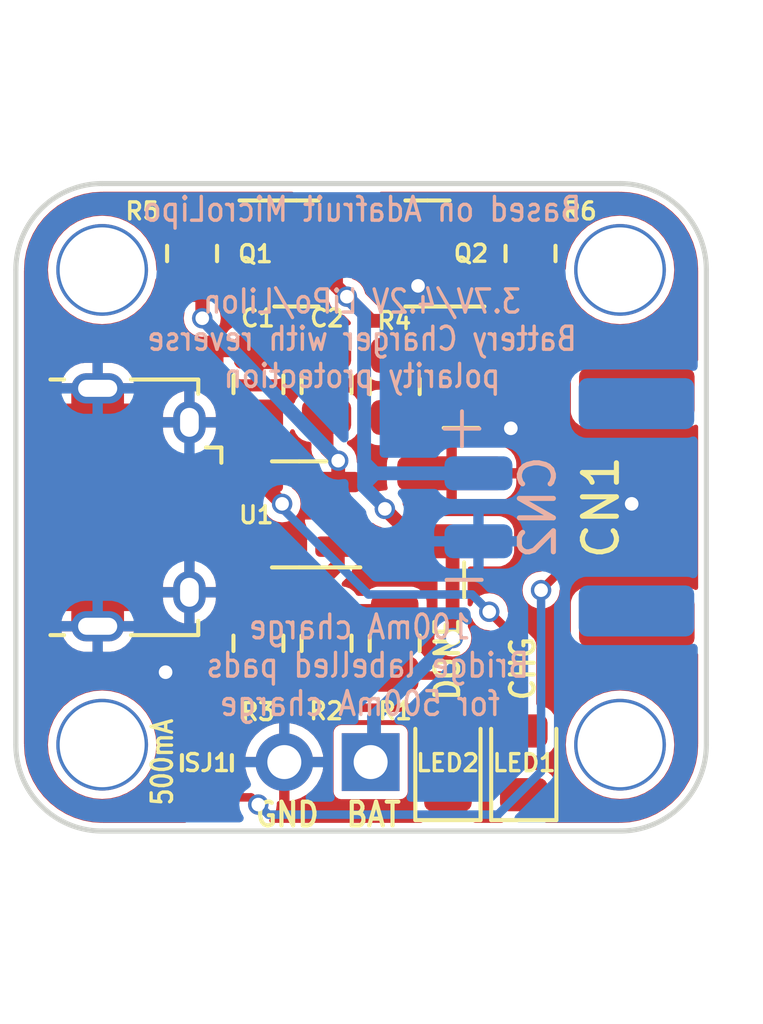
<source format=kicad_pcb>
(kicad_pcb (version 20241229) (generator "pcbnew") (generator_version "9.0")
  (layers (0 "F.Cu" signal "Top") (2 "B.Cu" signal "Bottom") (13 "F.Paste" user) (15 "B.Paste" user) (5 "F.SilkS" user "F.Silkscreen") (7 "B.SilkS" user "B.Silkscreen") (1 "F.Mask" user) (3 "B.Mask" user) (25 "Edge.Cuts" user))
  (net 0 "")
  (net 1 "GND")
  (net 2 "Net-(C1-Pad1)")
  (net 3 "Net-(Q2-Pad1)")
  (net 4 "Net-(LED1-Pad1)")
  (net 8 "Net-(R1-Pad2)")
  (net 9 "Net-(R3-Pad1)")
  (net 10 "Net-(R4-Pad1)")
  (net 11 "Net-(LED2-Pad2)")
  (net 12 "Net-(Q1-Pad1)")
  (net 13 "Net-(C2-Pad1)")
  (net 14 "Net-(CN1-Pad1)")
  (footprint "Package_TO_SOT_SMD:SOT-23-5" (layer "F.Cu") (at 146.6786 105.2116 180)
    (property "Reference" "U1" (at 1.2636 -0.0206 180) (layer "F.SilkS") (effects (font (size 0.5 0.5) (thickness 0.1))))
    (property "Value" "MCP73831T-2ACI/OT")
    (fp_line (start 0 1.56) (end 0.8 1.56) (stroke (width 0.12)) (layer "F.SilkS"))
    (fp_line (start 0 1.56) (end -0.8 1.56) (stroke (width 0.12)) (layer "F.SilkS"))
    (fp_line (start 0 -1.56) (end 0.8 -1.56) (stroke (width 0.12)) (layer "F.SilkS"))
    (fp_line (start 0 -1.56) (end -1.8 -1.56) (stroke (width 0.12)) (layer "F.SilkS"))
    (pad "1" smd roundrect (at -1.1375 -0.95 180) (size 1.325 0.6) (layers "F.Cu" "F.Mask" "F.Paste") (net 8 "Net-(R1-Pad2)"))
    (pad "2" smd roundrect (at -1.1375 0 180) (size 1.325 0.6) (layers "F.Cu" "F.Mask" "F.Paste") (net 1 "GND"))
    (pad "3" smd roundrect (at -1.1375 0.95 180) (size 1.325 0.6) (layers "F.Cu" "F.Mask" "F.Paste") (net 13 "Net-(C2-Pad1)"))
    (pad "4" smd roundrect (at 1.1375 0.95 180) (size 1.325 0.6) (layers "F.Cu" "F.Mask" "F.Paste") (net 2 "Net-(C1-Pad1)"))
    (pad "5" smd roundrect (at 1.1375 -0.95 180) (size 1.325 0.6) (layers "F.Cu" "F.Mask" "F.Paste") (net 9 "Net-(R3-Pad1)"))
  )
  (footprint "LED_SMD:LED_0805_2012Metric" (layer "F.Cu") (at 153.289 112.522 90)
    (property "Reference" "LED1" (at -0.003 0.011 180) (layer "F.SilkS") (effects (font (size 0.5 0.5) (thickness 0.1))))
    (property "Value" "RED")
    (fp_line (start 1 -0.96) (end -1.685 -0.96) (stroke (width 0.12)) (layer "F.SilkS"))
    (fp_line (start -1.685 -0.96) (end -1.685 0.96) (stroke (width 0.12)) (layer "F.SilkS"))
    (fp_line (start -1.685 0.96) (end 1 0.96) (stroke (width 0.12)) (layer "F.SilkS"))
    (pad "1" smd roundrect (at -0.9375 0 90) (size 0.975 1.4) (layers "F.Cu" "F.Mask" "F.Paste") (net 4 "Net-(LED1-Pad1)"))
    (pad "2" smd roundrect (at 0.9375 0 90) (size 0.975 1.4) (layers "F.Cu" "F.Mask" "F.Paste") (net 2 "Net-(C1-Pad1)"))
  )
  (footprint "LED_SMD:LED_0805_2012Metric" (layer "F.Cu") (at 151.057 112.522 90)
    (property "Reference" "LED2" (at -0.003 -0.007 180) (layer "F.SilkS") (effects (font (size 0.5 0.5) (thickness 0.1))))
    (property "Value" "GREEN")
    (fp_line (start 1 -0.96) (end -1.685 -0.96) (stroke (width 0.12)) (layer "F.SilkS"))
    (fp_line (start -1.685 -0.96) (end -1.685 0.96) (stroke (width 0.12)) (layer "F.SilkS"))
    (fp_line (start -1.685 0.96) (end 1 0.96) (stroke (width 0.12)) (layer "F.SilkS"))
    (pad "1" smd roundrect (at -0.9375 0 90) (size 0.975 1.4) (layers "F.Cu" "F.Mask" "F.Paste") (net 1 "GND"))
    (pad "2" smd roundrect (at 0.9375 0 90) (size 0.975 1.4) (layers "F.Cu" "F.Mask" "F.Paste") (net 11 "Net-(LED2-Pad2)"))
  )
  (footprint "Resistor_SMD:R_0805_2012Metric" (layer "F.Cu") (at 149.4901 109.0041 90)
    (property "Reference" "R1" (at -1.9939 0.0143 180) (layer "F.SilkS") (effects (font (size 0.5 0.5) (thickness 0.1))))
    (property "Value" "470")
    (fp_line (start -0.227064 -0.735) (end 0.227064 -0.735) (stroke (width 0.12)) (layer "F.SilkS"))
    (fp_line (start -0.227064 0.735) (end 0.227064 0.735) (stroke (width 0.12)) (layer "F.SilkS"))
    (pad "1" smd roundrect (at -0.9125 0 90) (size 1.025 1.4) (layers "F.Cu" "F.Mask" "F.Paste") (roundrect_rratio 0.243902439) (net 4 "Net-(LED1-Pad1)"))
    (pad "2" smd roundrect (at 0.9125 0 90) (size 1.025 1.4) (layers "F.Cu" "F.Mask" "F.Paste") (roundrect_rratio 0.243902439) (net 8 "Net-(R1-Pad2)"))
  )
  (footprint "Resistor_SMD:R_0805_2012Metric" (layer "F.Cu") (at 147.4851 109.0041 90)
    (property "Reference" "R2" (at -1.9939 -0.0127 180) (layer "F.SilkS") (effects (font (size 0.5 0.5) (thickness 0.1))))
    (property "Value" "470")
    (fp_line (start -0.227064 -0.735) (end 0.227064 -0.735) (stroke (width 0.12)) (layer "F.SilkS"))
    (fp_line (start -0.227064 0.735) (end 0.227064 0.735) (stroke (width 0.12)) (layer "F.SilkS"))
    (pad "1" smd roundrect (at -0.9125 0 90) (size 1.025 1.4) (layers "F.Cu" "F.Mask" "F.Paste") (roundrect_rratio 0.243902439) (net 11 "Net-(LED2-Pad2)"))
    (pad "2" smd roundrect (at 0.9125 0 90) (size 1.025 1.4) (layers "F.Cu" "F.Mask" "F.Paste") (roundrect_rratio 0.243902439) (net 8 "Net-(R1-Pad2)"))
  )
  (footprint "Connector_JST:JST_PH_S2B-PH-SM4-TB_1x02-1MP_P2.00mm_Horizontal" (layer "F.Cu") (at 153.7151 105.0036 90)
    (property "Reference" "CN1" (at 0 1.8449 90) (layer "F.SilkS"))
    (property "Value" "JSTPH" (hide yes))
    (pad "1" smd roundrect (at -1 -2.55 90) (size 1 3.2) (layers "F.Cu" "F.Mask" "F.Paste") (net 14 "Net-(CN1-Pad1)"))
    (pad "2" smd roundrect (at 1 -2.55 90) (size 1 3.2) (layers "F.Cu" "F.Mask" "F.Paste") (net 1 "GND"))
    (pad "MP" smd roundrect (at -3.35 2.9 90) (size 1.5 3.4) (layers "F.Cu" "F.Mask" "F.Paste") (roundrect_rratio 0.1666673333))
    (pad "MP" smd roundrect (at 3.35 2.9 90) (size 1.5 3.4) (layers "F.Cu" "F.Mask" "F.Paste") (roundrect_rratio 0.1666673333))
  )
  (footprint "Capacitor_SMD:C_0805_2012Metric" (layer "F.Cu") (at 145.4801 101.3841 90)
    (property "Reference" "C1" (at 1.9431 -0.0143 180) (layer "F.SilkS") (effects (font (size 0.5 0.5) (thickness 0.1))))
    (property "Value" "10µF")
    (fp_line (start -0.261252 -0.735) (end 0.261252 -0.735) (stroke (width 0.12)) (layer "F.SilkS"))
    (fp_line (start -0.261252 0.735) (end 0.261252 0.735) (stroke (width 0.12)) (layer "F.SilkS"))
    (pad "1" smd roundrect (at -0.95 0 90) (size 1 1.45) (layers "F.Cu" "F.Mask" "F.Paste") (net 2 "Net-(C1-Pad1)"))
    (pad "2" smd roundrect (at 0.95 0 90) (size 1 1.45) (layers "F.Cu" "F.Mask" "F.Paste") (net 1 "GND"))
  )
  (footprint "Capacitor_SMD:C_0805_2012Metric" (layer "F.Cu") (at 147.4851 101.3841 90)
    (property "Reference" "C2" (at 1.9431 0.0127 180) (layer "F.SilkS") (effects (font (size 0.5 0.5) (thickness 0.1))))
    (property "Value" "10µF")
    (fp_line (start -0.261252 -0.735) (end 0.261252 -0.735) (stroke (width 0.12)) (layer "F.SilkS"))
    (fp_line (start -0.261252 0.735) (end 0.261252 0.735) (stroke (width 0.12)) (layer "F.SilkS"))
    (pad "1" smd roundrect (at -0.95 0 90) (size 1 1.45) (layers "F.Cu" "F.Mask" "F.Paste") (net 13 "Net-(C2-Pad1)"))
    (pad "2" smd roundrect (at 0.95 0 90) (size 1 1.45) (layers "F.Cu" "F.Mask" "F.Paste") (net 1 "GND"))
  )
  (footprint "Resistor_SMD:R_0805_2012Metric" (layer "F.Cu") (at 145.4801 109.0041 -90)
    (property "Reference" "R3" (at 2.0193 0.0143 0) (layer "F.SilkS") (effects (font (size 0.5 0.5) (thickness 0.1))))
    (property "Value" "10K\\")
    (fp_line (start -0.227064 0.735) (end 0.227064 0.735) (stroke (width 0.12)) (layer "F.SilkS"))
    (fp_line (start -0.227064 -0.735) (end 0.227064 -0.735) (stroke (width 0.12)) (layer "F.SilkS"))
    (pad "1" smd roundrect (at -0.9125 0 270) (size 1.025 1.4) (layers "F.Cu" "F.Mask" "F.Paste") (roundrect_rratio 0.243902439) (net 9 "Net-(R3-Pad1)"))
    (pad "2" smd roundrect (at 0.9125 0 270) (size 1.025 1.4) (layers "F.Cu" "F.Mask" "F.Paste") (roundrect_rratio 0.243902439) (net 1 "GND"))
  )
  (footprint "Resistor_SMD:R_0805_2012Metric" (layer "F.Cu") (at 149.4901 101.4476 -90)
    (property "Reference" "R4" (at -1.9304 0.0111 0) (layer "F.SilkS") (effects (font (size 0.5 0.5) (thickness 0.1))))
    (property "Value" "2.5K")
    (fp_line (start -0.227064 0.735) (end 0.227064 0.735) (stroke (width 0.12)) (layer "F.SilkS"))
    (fp_line (start -0.227064 -0.735) (end 0.227064 -0.735) (stroke (width 0.12)) (layer "F.SilkS"))
    (pad "1" smd roundrect (at -0.9125 0 270) (size 1.025 1.4) (layers "F.Cu" "F.Mask" "F.Paste") (roundrect_rratio 0.243902439) (net 10 "Net-(R4-Pad1)"))
    (pad "2" smd roundrect (at 0.9125 0 270) (size 1.025 1.4) (layers "F.Cu" "F.Mask" "F.Paste") (roundrect_rratio 0.243902439) (net 1 "GND"))
  )
  (footprint "Resistor_SMD:R_0805_2012Metric" (layer "F.Cu") (at 143.964 112.522 90)
    (property "Reference" "SJ1" (at 0 0.0032 0) (layer "F.SilkS") (effects (font (size 0.5 0.5) (thickness 0.1))))
    (property "Value" "R")
    (fp_line (start -0.227064 -0.735) (end 0.227064 -0.735) (stroke (width 0.12)) (layer "F.SilkS"))
    (fp_line (start -0.227064 0.735) (end 0.227064 0.735) (stroke (width 0.12)) (layer "F.SilkS"))
    (pad "1" smd roundrect (at -0.9125 0 90) (size 1.025 1.4) (layers "F.Cu" "F.Mask" "F.Paste") (roundrect_rratio 0.243902439) (net 10 "Net-(R4-Pad1)"))
    (pad "2" smd roundrect (at 0.9125 0 90) (size 1.025 1.4) (layers "F.Cu" "F.Mask" "F.Paste") (roundrect_rratio 0.243902439) (net 9 "Net-(R3-Pad1)"))
  )
  (footprint "Connector_USB:USB_Micro-B_Amphenol_10118194_Horizontal" (layer "F.Cu") (at 142.0491 105.0036 -90)
    (property "Reference" "X1" (hide yes))
    (property "Value" "USB_B_Micro" (hide yes))
    (fp_line (start -3.76 2.69) (end -3.76 2.29) (stroke (width 0.12)) (layer "F.SilkS"))
    (fp_line (start 3.76 2.29) (end 3.76 2.69) (stroke (width 0.12)) (layer "F.SilkS"))
    (fp_line (start -3.76 0.32) (end -3.76 -1.66) (stroke (width 0.12)) (layer "F.SilkS"))
    (fp_line (start 3.76 0.32) (end 3.76 -1.66) (stroke (width 0.12)) (layer "F.SilkS"))
    (fp_line (start -3.76 -1.66) (end -3.34 -1.66) (stroke (width 0.12)) (layer "F.SilkS"))
    (fp_line (start 3.76 -1.66) (end 3.34 -1.66) (stroke (width 0.12)) (layer "F.SilkS"))
    (fp_line (start -1.76 -1.89) (end -1.76 -2.34) (stroke (width 0.12)) (layer "F.SilkS"))
    (fp_line (start -1.31 -2.34) (end -1.76 -2.34) (stroke (width 0.12)) (layer "F.SilkS"))
    (pad "1" smd rect (at -1.3 -1.4 270) (size 0.4 1.35) (layers "F.Cu" "F.Mask" "F.Paste") (net 2 "Net-(C1-Pad1)"))
    (pad "2" smd rect (at -0.65 -1.4 270) (size 0.4 1.35) (layers "F.Cu" "F.Mask" "F.Paste"))
    (pad "3" smd rect (at 0 -1.4 270) (size 0.4 1.35) (layers "F.Cu" "F.Mask" "F.Paste"))
    (pad "4" smd rect (at 0.65 -1.4 270) (size 0.4 1.35) (layers "F.Cu" "F.Mask" "F.Paste"))
    (pad "5" smd rect (at 1.3 -1.4 270) (size 0.4 1.35) (layers "F.Cu" "F.Mask" "F.Paste") (net 1 "GND"))
    (pad "6" thru_hole oval (at -3.5 1.3 270) (size 0.89 1.55) (drill oval 0.5 1.15) (layers "*.Cu" "*.Mask") (net 1 "GND"))
    (pad "6" smd rect (at -2.9 1.3 270) (size 1.2 1.55) (layers "F.Cu" "F.Mask" "F.Paste") (net 1 "GND"))
    (pad "6" thru_hole oval (at -2.5 -1.4 270) (size 1.25 0.95) (drill oval 0.85 0.55) (layers "*.Cu" "*.Mask") (net 1 "GND"))
    (pad "6" smd rect (at -1 1.3 270) (size 1.5 1.55) (layers "F.Cu" "F.Mask" "F.Paste") (net 1 "GND"))
    (pad "6" smd rect (at 1 1.3 270) (size 1.5 1.55) (layers "F.Cu" "F.Mask" "F.Paste") (net 1 "GND"))
    (pad "6" thru_hole oval (at 2.5 -1.4 270) (size 1.25 0.95) (drill oval 0.85 0.55) (layers "*.Cu" "*.Mask") (net 1 "GND"))
    (pad "6" smd rect (at 2.9 1.3 270) (size 1.2 1.55) (layers "F.Cu" "F.Mask" "F.Paste") (net 1 "GND"))
    (pad "6" thru_hole oval (at 3.5 1.3 270) (size 0.89 1.55) (drill oval 0.5 1.15) (layers "*.Cu" "*.Mask") (net 1 "GND"))
  )
  (footprint "Connector_PinHeader_2.54mm:PinHeader_1x02_P2.54mm_Vertical" (layer "F.Cu") (at 148.7821 112.5 -90)
    (property "Reference" "JP1" (hide yes))
    (property "Value" "Conn_01x02_Female")
    (pad "1" thru_hole rect (at 0 0 270) (size 1.7 1.7) (drill 1) (layers "*.Cu" "*.Mask") (net 14 "Net-(CN1-Pad1)"))
    (pad "2" thru_hole oval (at 0 2.54 270) (size 1.7 1.7) (drill 1) (layers "*.Cu" "*.Mask") (net 1 "GND"))
  )
  (footprint "Package_TO_SOT_SMD:SOT-23" (layer "F.Cu") (at 146.5985 97.536)
    (property "Reference" "Q1" (at -1.2065 0.014 0) (layer "F.SilkS") (effects (font (size 0.5 0.5) (thickness 0.1))))
    (property "Value" "SOT-23")
    (fp_line (start 0 -1.56) (end -1.675 -1.56) (stroke (width 0.12)) (layer "F.SilkS"))
    (fp_line (start 0 -1.56) (end 0.65 -1.56) (stroke (width 0.12)) (layer "F.SilkS"))
    (fp_line (start 0 1.56) (end -0.65 1.56) (stroke (width 0.12)) (layer "F.SilkS"))
    (fp_line (start 0 1.56) (end 0.65 1.56) (stroke (width 0.12)) (layer "F.SilkS"))
    (pad "1" smd roundrect (at -0.9375 -0.95) (size 1.475 0.6) (layers "F.Cu" "F.Mask" "F.Paste") (net 12 "Net-(Q1-Pad1)"))
    (pad "2" smd roundrect (at -0.9375 0.95) (size 1.475 0.6) (layers "F.Cu" "F.Mask" "F.Paste") (net 13 "Net-(C2-Pad1)"))
    (pad "3" smd roundrect (at 0.9375 0) (size 1.475 0.6) (layers "F.Cu" "F.Mask" "F.Paste") (net 14 "Net-(CN1-Pad1)"))
  )
  (footprint "Resistor_SMD:R_0805_2012Metric" (layer "F.Cu") (at 143.5275 97.536 90)
    (property "Reference" "R5" (at 1.2446 -1.4653 0) (layer "F.SilkS") (effects (font (size 0.5 0.5) (thickness 0.1))))
    (property "Value" "R_0805_2012Metric")
    (fp_line (start -0.227064 -0.735) (end 0.227064 -0.735) (stroke (width 0.12)) (layer "F.SilkS"))
    (fp_line (start -0.227064 0.735) (end 0.227064 0.735) (stroke (width 0.12)) (layer "F.SilkS"))
    (pad "1" smd roundrect (at -0.9125 0 90) (size 1.025 1.4) (layers "F.Cu" "F.Mask" "F.Paste") (roundrect_rratio 0.243902439) (net 13 "Net-(C2-Pad1)"))
    (pad "2" smd roundrect (at 0.9125 0 90) (size 1.025 1.4) (layers "F.Cu" "F.Mask" "F.Paste") (roundrect_rratio 0.243902439) (net 12 "Net-(Q1-Pad1)"))
  )
  (footprint "Package_TO_SOT_SMD:SOT-23" (layer "F.Cu") (at 150.4545 97.536 180)
    (property "Reference" "Q2" (at -1.2827 0 180) (layer "F.SilkS") (effects (font (size 0.5 0.5) (thickness 0.1))))
    (property "Value" "SOT-23")
    (fp_line (start 0 1.56) (end 0.65 1.56) (stroke (width 0.12)) (layer "F.SilkS"))
    (fp_line (start 0 1.56) (end -0.65 1.56) (stroke (width 0.12)) (layer "F.SilkS"))
    (fp_line (start 0 -1.56) (end 0.65 -1.56) (stroke (width 0.12)) (layer "F.SilkS"))
    (fp_line (start 0 -1.56) (end -1.675 -1.56) (stroke (width 0.12)) (layer "F.SilkS"))
    (pad "1" smd roundrect (at -0.9375 -0.95 180) (size 1.475 0.6) (layers "F.Cu" "F.Mask" "F.Paste") (net 3 "Net-(Q2-Pad1)"))
    (pad "2" smd roundrect (at -0.9375 0.95 180) (size 1.475 0.6) (layers "F.Cu" "F.Mask" "F.Paste") (net 1 "GND"))
    (pad "3" smd roundrect (at 0.9375 0 180) (size 1.475 0.6) (layers "F.Cu" "F.Mask" "F.Paste") (net 12 "Net-(Q1-Pad1)"))
  )
  (footprint "Resistor_SMD:R_0805_2012Metric" (layer "F.Cu") (at 153.4874 97.536 90)
    (property "Reference" "R6" (at 1.2446 1.4526 180) (layer "F.SilkS") (effects (font (size 0.5 0.5) (thickness 0.1))))
    (property "Value" "R_0805_2012Metric")
    (fp_line (start -0.227064 -0.735) (end 0.227064 -0.735) (stroke (width 0.12)) (layer "F.SilkS"))
    (fp_line (start -0.227064 0.735) (end 0.227064 0.735) (stroke (width 0.12)) (layer "F.SilkS"))
    (pad "1" smd roundrect (at -0.9125 0 90) (size 1.025 1.4) (layers "F.Cu" "F.Mask" "F.Paste") (roundrect_rratio 0.243902439) (net 14 "Net-(CN1-Pad1)"))
    (pad "2" smd roundrect (at 0.9125 0 90) (size 1.025 1.4) (layers "F.Cu" "F.Mask" "F.Paste") (roundrect_rratio 0.243902439) (net 3 "Net-(Q2-Pad1)"))
  )
  (footprint "MountingHole:MountingHole_2.5mm" (layer "F.Cu") (at 140.65 112.2)
    (property "Reference" "H1" (hide yes))
    (property "Value" "MountingHole_2.5mm" (hide yes))
    (pad "" np_thru_hole circle (at 0.2311 -0.2114) (size 2.7 2.7) (drill 2.5) (layers "*.Cu" "*.Mask"))
  )
  (footprint "MountingHole:MountingHole_2.5mm" (layer "F.Cu") (at 140.65 97.75)
    (property "Reference" "H2" (hide yes))
    (property "Value" "MountingHole_2.5mm" (hide yes))
    (pad "" np_thru_hole circle (at 0.2311 0.2686) (size 2.7 2.7) (drill 2.5) (layers "*.Cu" "*.Mask"))
  )
  (footprint "MountingHole:MountingHole_2.5mm" (layer "F.Cu") (at 156.35 112.2)
    (property "Reference" "H4" (hide yes))
    (property "Value" "MountingHole_2.5mm" (hide yes))
    (pad "" np_thru_hole circle (at -0.2289 -0.2114) (size 2.7 2.7) (drill 2.5) (layers "*.Cu" "*.Mask"))
  )
  (footprint "MountingHole:MountingHole_2.5mm" (layer "F.Cu") (at 156.25 97.85)
    (property "Reference" "H3" (hide yes))
    (property "Value" "MountingHole_2.5mm" (hide yes))
    (pad "" np_thru_hole circle (at -0.1289 0.1686) (size 2.7 2.7) (drill 2.5) (layers "*.Cu" "*.Mask"))
  )
  (footprint "Connector_JST:JST_PH_S2B-PH-SM4-TB_1x02-1MP_P2.00mm_Horizontal" (layer "B.Cu") (at 153.7051 105.0036 -90)
    (property "Reference" "CN2" (at 0 0 90) (layer "B.SilkS") (effects (justify mirror)))
    (property "Value" "JSTPH")
    (pad "1" smd roundrect (at -1 1.75 270) (size 1 2) (layers "B.Cu" "B.Mask" "B.Paste") (net 14 "Net-(CN1-Pad1)"))
    (pad "2" smd roundrect (at 1 1.75 270) (size 1 2) (layers "B.Cu" "B.Mask" "B.Paste") (net 1 "GND"))
    (pad "MP" smd roundrect (at -3.05 -2.9 270) (size 1.5 3.4) (layers "B.Cu" "B.Mask" "B.Paste") (roundrect_rratio 0.167))
    (pad "MP" smd roundrect (at 3.05 -2.9 270) (size 1.5 3.4) (layers "B.Cu" "B.Mask" "B.Paste") (roundrect_rratio 0.167))
  )
  (gr_line (start 138.3411 111.9886) (end 138.3411 98.0186) (stroke (width 0.15)) (layer "Edge.Cuts"))
  (gr_arc (start 156.1211 95.4786) (mid 157.917151 96.222549) (end 158.6611 98.0186) (stroke (width 0.15)) (layer "Edge.Cuts"))
  (gr_line (start 156.1211 114.5286) (end 140.8811 114.5286) (stroke (width 0.15)) (layer "Edge.Cuts"))
  (gr_arc (start 140.8811 114.5286) (mid 139.085049 113.784651) (end 138.3411 111.9886) (stroke (width 0.15)) (layer "Edge.Cuts"))
  (gr_line (start 140.8811 95.4786) (end 156.1211 95.4786) (stroke (width 0.15)) (layer "Edge.Cuts"))
  (gr_line (start 158.6611 98.0186) (end 158.6611 111.9886) (stroke (width 0.15)) (layer "Edge.Cuts"))
  (gr_arc (start 138.3411 98.0186) (mid 139.085049 96.222549) (end 140.8811 95.4786) (stroke (width 0.15)) (layer "Edge.Cuts"))
  (gr_arc (start 158.6611 111.9886) (mid 157.917151 113.784651) (end 156.1211 114.5286) (stroke (width 0.15)) (layer "Edge.Cuts"))
  (gr_text "-" (at 150.5331 103.3526 0) (layer "F.SilkS") (effects (font (size 1.35128 1.35128) (thickness 0.113792)) (justify left bottom)))
  (gr_text "+" (at 150.622 107.823 0) (layer "F.SilkS") (effects (font (size 1.35128 1.35128) (thickness 0.113792)) (justify left bottom)))
  (gr_text "CHG" (at 153.67 110.744 90) (layer "F.SilkS") (effects (font (size 0.7 0.6) (thickness 0.12192)) (justify left bottom)))
  (gr_text "500mA" (at 142.65 112.5 90) (layer "F.SilkS") (effects (font (size 0.6 0.5) (thickness 0.1))))
  (gr_text "BAT" (at 148.8694 114.046 0) (layer "F.SilkS") (effects (font (size 0.7 0.6) (thickness 0.12192))))
  (gr_text "GND" (at 146.3294 114.046 0) (layer "F.SilkS") (effects (font (size 0.7 0.6) (thickness 0.12192))))
  (gr_text "DONE" (at 151.45 110.744 90) (layer "F.SilkS") (effects (font (size 0.7 0.6) (thickness 0.12192)) (justify left bottom)))
  (gr_text "3.7V/4.2V LiPo/LiIon\nBattery Charger with reverse\npolarity protection" (at 148.5265 101.5365 0) (layer "B.SilkS") (effects (font (size 0.68 0.58) (thickness 0.1)) (justify bottom mirror)))
  (gr_text "Based on Adafruit MicroLipo" (at 148.5265 96.647 0) (layer "B.SilkS") (effects (font (size 0.7 0.6) (thickness 0.1)) (justify bottom mirror)))
  (gr_text "+" (at 150.5585 103.378 0) (layer "B.SilkS") (effects (font (size 1.35128 1.35128) (thickness 0.113792)) (justify left bottom)))
  (gr_text "-" (at 150.622 107.823 0) (layer "B.SilkS") (effects (font (size 1.35128 1.35128) (thickness 0.113792)) (justify left bottom)))
  (gr_text "100mA charge\nBridge labelled pads \nfor 500mA charge" (at 148.463 111.1885 0) (layer "B.SilkS") (effects (font (size 0.7 0.6) (thickness 0.1)) (justify bottom mirror)))
  (via (at 142.748 109.855) (size 0.6) (drill 0.4) (layers "F.Cu" "B.Cu") (net 1))
  (via (at 156.464 104.902) (size 0.6) (drill 0.4) (layers "F.Cu" "B.Cu") (net 1))
  (via (at 150.1775 98.4885) (size 0.6) (drill 0.4) (layers "F.Cu" "B.Cu") (net 1))
  (via (at 152.908 102.6795) (size 0.6) (drill 0.4) (layers "F.Cu" "B.Cu") (net 1))
  (segment (start 152.273 108.077) (end 153.289 109.093) (width 0.25) (layer "F.Cu") (net 2))
  (segment (start 153.289 111.47298) (end 153.289 109.093) (width 0.25) (layer "F.Cu") (net 2))
  (segment (start 145.0214 103.7036) (end 145.4801 103.2449) (width 0.25) (layer "F.Cu") (net 2))
  (segment (start 145.5411 104.2661) (end 146.177 104.902) (width 0.406) (layer "F.Cu") (net 2))
  (segment (start 143.4491 103.7036) (end 144.9831 103.7036) (width 0.406) (layer "F.Cu") (net 2))
  (segment (start 145.4801 103.2449) (end 145.4801 102.3341) (width 0.25) (layer "F.Cu") (net 2))
  (segment (start 143.4341 103.7036) (end 143.9291 103.7036) (width 0.4064) (layer "F.Cu") (net 2))
  (segment (start 145.5411 104.2616) (end 145.5411 104.2661) (width 0.406) (layer "F.Cu") (net 2))
  (segment (start 144.9976 103.7036) (end 145.0214 103.7036) (width 0.25) (layer "F.Cu") (net 2))
  (segment (start 144.9831 103.7036) (end 145.5411 104.2616) (width 0.406) (layer "F.Cu") (net 2))
  (via (at 152.273 108.077) (size 0.6) (drill 0.4) (layers "F.Cu" "B.Cu") (net 2))
  (via (at 146.177 104.902) (size 0.6) (drill 0.4) (layers "F.Cu" "B.Cu") (net 2))
  (segment (start 146.177 105.029) (end 146.177 104.902) (width 0.25) (layer "B.Cu") (net 2))
  (segment (start 148.717 107.569) (end 146.177 105.029) (width 0.25) (layer "B.Cu") (net 2))
  (segment (start 151.765 107.569) (end 152.273 108.077) (width 0.25) (layer "B.Cu") (net 2))
  (segment (start 148.717 107.569) (end 151.765 107.569) (width 0.25) (layer "B.Cu") (net 2))
  (segment (start 151.3045 98.4029) (end 153.1214 96.586) (width 0.406) (layer "F.Cu") (net 3))
  (segment (start 153.1214 96.586) (end 153.1874 96.586) (width 0.406) (layer "F.Cu") (net 3))
  (segment (start 151.3045 98.486) (end 151.3045 98.4029) (width 0.406) (layer "F.Cu") (net 3))
  (segment (start 151.7371 109.9541) (end 152.2 110.417) (width 0.25) (layer "F.Cu") (net 4))
  (segment (start 149.8321 109.9541) (end 151.7371 109.9541) (width 0.25) (layer "F.Cu") (net 4))
  (segment (start 152.2 110.417) (end 152.2 112.449) (width 0.25) (layer "F.Cu") (net 4))
  (segment (start 152.2 112.449) (end 153.289 113.538) (width 0.25) (layer "F.Cu") (net 4))
  (segment (start 147.4851 107.0399) (end 147.4851 108.0916) (width 0.406) (layer "F.Cu") (net 8))
  (segment (start 147.8161 106.7089) (end 147.4851 107.0399) (width 0.406) (layer "F.Cu") (net 8))
  (segment (start 147.8161 106.1616) (end 147.8161 106.7089) (width 0.406) (layer "F.Cu") (net 8))
  (segment (start 147.6121 108.0541) (end 149.5171 108.0541) (width 0.4064) (layer "F.Cu") (net 8))
  (segment (start 145.7071 108.0541) (end 143.964 109.7972) (width 0.25) (layer "F.Cu") (net 9))
  (segment (start 145.1966 108.0541) (end 145.7071 108.0541) (width 0.254) (layer "F.Cu") (net 9))
  (segment (start 145.423 106.4616) (end 145.423 107.77) (width 0.4064) (layer "F.Cu") (net 9))
  (segment (start 143.964 109.7972) (end 143.964 111.306) (width 0.25) (layer "F.Cu") (net 9))
  (segment (start 143.964 111.306) (end 143.764 111.506) (width 0.25) (layer "F.Cu") (net 9))
  (segment (start 151.9326 100.4976) (end 154.432 102.997) (width 0.25) (layer "F.Cu") (net 10))
  (segment (start 154.432 102.997) (end 154.432 106.807) (width 0.25) (layer "F.Cu") (net 10))
  (segment (start 154.432 106.807) (end 153.797 107.442) (width 0.25) (layer "F.Cu") (net 10))
  (segment (start 149.3901 100.4976) (end 151.9326 100.4976) (width 0.25) (layer "F.Cu") (net 10))
  (segment (start 145.263 113.538) (end 143.764 113.538) (width 0.25) (layer "F.Cu") (net 10))
  (segment (start 145.475 113.75) (end 145.263 113.538) (width 0.25) (layer "F.Cu") (net 10))
  (via (at 153.797 107.442) (size 0.6) (drill 0.4) (layers "F.Cu" "B.Cu") (net 10))
  (via (at 145.475 113.75) (size 0.6) (drill 0.4) (layers "F.Cu" "B.Cu") (net 10))
  (segment (start 145.475 113.75) (end 145.771 114.046) (width 0.25) (layer "B.Cu") (net 10))
  (segment (start 153.797 112.776) (end 153.797 107.442) (width 0.25) (layer "B.Cu") (net 10))
  (segment (start 145.771 114.046) (end 152.527 114.046) (width 0.25) (layer "B.Cu") (net 10))
  (segment (start 152.527 114.046) (end 153.797 112.776) (width 0.25) (layer "B.Cu") (net 10))
  (segment (start 148.47422 110.9) (end 147.6121 110.03788) (width 0.25) (layer "F.Cu") (net 11))
  (segment (start 151.257 111.47298) (end 150.68402 110.9) (width 0.25) (layer "F.Cu") (net 11))
  (segment (start 150.68402 110.9) (end 148.47422 110.9) (width 0.25) (layer "F.Cu") (net 11))
  (segment (start 146.365 96.586) (end 146.7104 96.2406) (width 0.406) (layer "F.Cu") (net 12))
  (segment (start 146.7104 96.2406) (end 148.844 96.2406) (width 0.406) (layer "F.Cu") (net 12))
  (segment (start 148.844 96.2406) (end 149.3045 96.7011) (width 0.406) (layer "F.Cu") (net 12))
  (segment (start 149.3045 96.7011) (end 149.3045 97.536) (width 0.406) (layer "F.Cu") (net 12))
  (segment (start 145.7485 96.586) (end 146.365 96.586) (width 0.406) (layer "F.Cu") (net 12))
  (segment (start 143.8275 96.586) (end 145.7485 96.586) (width 0.406) (layer "F.Cu") (net 12))
  (segment (start 147.8231 103.6369) (end 147.828 103.632) (width 0.406) (layer "F.Cu") (net 13))
  (segment (start 147.4851 103.2891) (end 147.828 103.632) (width 0.406) (layer "F.Cu") (net 13))
  (segment (start 147.4851 102.3841) (end 147.4851 103.2891) (width 0.406) (layer "F.Cu") (net 13))
  (segment (start 147.828 104.1942) (end 147.7606 104.2616) (width 0.406) (layer "F.Cu") (net 13))
  (segment (start 143.8275 98.486) (end 145.7485 98.486) (width 0.406) (layer "F.Cu") (net 13))
  (segment (start 147.828 103.632) (end 147.828 104.1942) (width 0.406) (layer "F.Cu") (net 13))
  (segment (start 143.8275 98.486) (end 143.8275 99.441) (width 0.406) (layer "F.Cu") (net 13))
  (via (at 147.828 103.632) (size 0.6) (drill 0.4) (layers "F.Cu" "B.Cu") (net 13))
  (via (at 143.8275 99.441) (size 0.6) (drill 0.4) (layers "F.Cu" "B.Cu") (net 13))
  (segment (start 143.8275 99.441) (end 147.828 103.632) (width 0.406) (layer "B.Cu") (net 13))
  (segment (start 151.0886 106.0036) (end 151.4051 106.0036) (width 0.25) (layer "F.Cu") (net 14))
  (segment (start 147.7645 98.4885) (end 147.7645 97.552) (width 0.406) (layer "F.Cu") (net 14))
  (segment (start 147.7645 97.552) (end 147.7485 97.536) (width 0.406) (layer "F.Cu") (net 14))
  (segment (start 153.1874 98.5012) (end 152.1714 99.5172) (width 0.406) (layer "F.Cu") (net 14))
  (segment (start 152.1714 99.5172) (end 148.7932 99.5172) (width 0.406) (layer "F.Cu") (net 14))
  (segment (start 148.7932 99.5172) (end 148.082 98.806) (width 0.406) (layer "F.Cu") (net 14))
  (segment (start 151.3891 106.0196) (end 151.4051 106.0036) (width 0.4064) (layer "F.Cu") (net 14))
  (segment (start 153.1874 98.486) (end 153.1874 98.5012) (width 0.406) (layer "F.Cu") (net 14))
  (segment (start 150.1536 106.0036) (end 151.4051 106.0036) (width 0.406) (layer "F.Cu") (net 14))
  (segment (start 151.2 108.274) (end 151.1935 108.2675) (width 0.406) (layer "F.Cu") (net 14))
  (segment (start 151.1935 106.299) (end 151.4051 106.0874) (width 0.406) (layer "F.Cu") (net 14))
  (segment (start 151.1935 108.2675) (end 151.1935 106.299) (width 0.406) (layer "F.Cu") (net 14))
  (segment (start 147.431 97.536) (end 147.447 97.536) (width 0.25) (layer "F.Cu") (net 14))
  (segment (start 151.2 108.85) (end 151.2 108.274) (width 0.406) (layer "F.Cu") (net 14))
  (segment (start 148.082 98.806) (end 147.7645 98.4885) (width 0.406) (layer "F.Cu") (net 14))
  (segment (start 151.4051 106.0874) (end 151.4051 106.0036) (width 0.406) (layer "F.Cu") (net 14))
  (segment (start 149.2 105.05) (end 150.1536 106.0036) (width 0.406) (layer "F.Cu") (net 14))
  (segment (start 151.4051 106.0036) (end 152.1046 106.0036) (width 0.406) (layer "F.Cu") (net 14))
  (via (at 149.2 105.05) (size 0.6) (drill 0.4) (layers "F.Cu" "B.Cu") (net 14))
  (via (at 148.082 98.806) (size 0.6) (drill 0.4) (layers "F.Cu" "B.Cu") (net 14))
  (via (at 151.2 108.85) (size 0.6) (drill 0.4) (layers "F.Cu" "B.Cu") (net 14))
  (segment (start 148.59 104.3305) (end 148.9169 104.0036) (width 0.406) (layer "B.Cu") (net 14))
  (segment (start 148.9169 104.0036) (end 151.4051 104.0036) (width 0.406) (layer "B.Cu") (net 14))
  (segment (start 148.082 98.806) (end 148.59 99.314) (width 0.406) (layer "B.Cu") (net 14))
  (segment (start 148.59 99.314) (end 148.59 103.505) (width 0.406) (layer "B.Cu") (net 14))
  (segment (start 148.59 103.505) (end 148.59 104.394) (width 0.406) (layer "B.Cu") (net 14))
  (segment (start 148.59 103.6828) (end 148.9108 104.0036) (width 0.406) (layer "B.Cu") (net 14))
  (segment (start 148.9108 104.0036) (end 148.9169 104.0036) (width 0.406) (layer "B.Cu") (net 14))
  (segment (start 148.59 104.394) (end 148.59 104.3305) (width 0.406) (layer "B.Cu") (net 14))
  (segment (start 148.59 103.505) (end 148.59 103.6828) (width 0.406) (layer "B.Cu") (net 14))
  (segment (start 151.2 108.85) (end 148.8821 111.1679) (width 0.406) (layer "B.Cu") (net 14))
  (segment (start 148.8821 111.1679) (end 148.8821 112.3) (width 0.406) (layer "B.Cu") (net 14))
  (segment (start 149.2 105.05) (end 149.2 105.004) (width 0.406) (layer "B.Cu") (net 14))
  (segment (start 149.2 105.004) (end 148.59 104.394) (width 0.406) (layer "B.Cu") (net 14))
  (zone (net 1) (net_name "GND") (layer "F.Cu") (priority 6) (connect_pads (clearance 0.24)) (min_thickness 0.14) (fill yes (thermal_gap 0.304) (thermal_bridge_width 0.304))
    (polygon (pts (xy 138.2141 114.5921) (xy 138.3411 95.3135) (xy 158.6611 95.4405) (xy 158.7881 114.5921)))
  )
  (zone (net 1) (net_name "GND") (layer "B.Cu") (priority 6) (connect_pads (clearance 0.254)) (min_thickness 0.254) (fill yes (thermal_gap 0.304) (thermal_bridge_width 0.304))
    (polygon (pts (xy 156.6291 95.4278) (xy 158.6611 95.4278) (xy 158.7881 114.5286) (xy 158.787679 114.5286) (xy 158.7881 114.5921) (xy 138.2141 114.5921) (xy 138.3411 95.3135)))
  )
)
</source>
